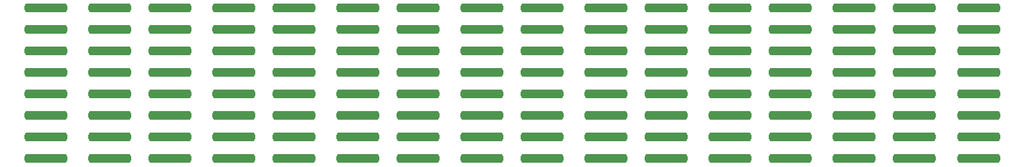
<source format=gbr>
%TF.GenerationSoftware,KiCad,Pcbnew,(7.0.0)*%
%TF.CreationDate,2023-03-30T09:23:00-07:00*%
%TF.ProjectId,europower_board,6575726f-706f-4776-9572-5f626f617264,rev?*%
%TF.SameCoordinates,Original*%
%TF.FileFunction,Paste,Top*%
%TF.FilePolarity,Positive*%
%FSLAX46Y46*%
G04 Gerber Fmt 4.6, Leading zero omitted, Abs format (unit mm)*
G04 Created by KiCad (PCBNEW (7.0.0)) date 2023-03-30 09:23:00*
%MOMM*%
%LPD*%
G01*
G04 APERTURE LIST*
G04 Aperture macros list*
%AMRoundRect*
0 Rectangle with rounded corners*
0 $1 Rounding radius*
0 $2 $3 $4 $5 $6 $7 $8 $9 X,Y pos of 4 corners*
0 Add a 4 corners polygon primitive as box body*
4,1,4,$2,$3,$4,$5,$6,$7,$8,$9,$2,$3,0*
0 Add four circle primitives for the rounded corners*
1,1,$1+$1,$2,$3*
1,1,$1+$1,$4,$5*
1,1,$1+$1,$6,$7*
1,1,$1+$1,$8,$9*
0 Add four rect primitives between the rounded corners*
20,1,$1+$1,$2,$3,$4,$5,0*
20,1,$1+$1,$4,$5,$6,$7,0*
20,1,$1+$1,$6,$7,$8,$9,0*
20,1,$1+$1,$8,$9,$2,$3,0*%
G04 Aperture macros list end*
%ADD10RoundRect,0.255000X-2.245000X-0.255000X2.245000X-0.255000X2.245000X0.255000X-2.245000X0.255000X0*%
G04 APERTURE END LIST*
D10*
%TO.C,J8*%
X134350000Y-26800000D03*
X134350000Y-29340000D03*
X134350000Y-31880000D03*
X134350000Y-34420000D03*
X134350000Y-36960000D03*
X134350000Y-39500000D03*
X134350000Y-42040000D03*
X134350000Y-44580000D03*
X141950000Y-26800000D03*
X141950000Y-29340000D03*
X141950000Y-31880000D03*
X141950000Y-34420000D03*
X141950000Y-36960000D03*
X141950000Y-39500000D03*
X141950000Y-42040000D03*
X141950000Y-44580000D03*
%TD*%
%TO.C,J7*%
X119700000Y-26800000D03*
X119700000Y-29340000D03*
X119700000Y-31880000D03*
X119700000Y-34420000D03*
X119700000Y-36960000D03*
X119700000Y-39500000D03*
X119700000Y-42040000D03*
X119700000Y-44580000D03*
X127300000Y-26800000D03*
X127300000Y-29340000D03*
X127300000Y-31880000D03*
X127300000Y-34420000D03*
X127300000Y-36960000D03*
X127300000Y-39500000D03*
X127300000Y-42040000D03*
X127300000Y-44580000D03*
%TD*%
%TO.C,J6*%
X105050000Y-26800000D03*
X105050000Y-29340000D03*
X105050000Y-31880000D03*
X105050000Y-34420000D03*
X105050000Y-36960000D03*
X105050000Y-39500000D03*
X105050000Y-42040000D03*
X105050000Y-44580000D03*
X112650000Y-26800000D03*
X112650000Y-29340000D03*
X112650000Y-31880000D03*
X112650000Y-34420000D03*
X112650000Y-36960000D03*
X112650000Y-39500000D03*
X112650000Y-42040000D03*
X112650000Y-44580000D03*
%TD*%
%TO.C,J5*%
X90400000Y-26800000D03*
X90400000Y-29340000D03*
X90400000Y-31880000D03*
X90400000Y-34420000D03*
X90400000Y-36960000D03*
X90400000Y-39500000D03*
X90400000Y-42040000D03*
X90400000Y-44580000D03*
X98000000Y-26800000D03*
X98000000Y-29340000D03*
X98000000Y-31880000D03*
X98000000Y-34420000D03*
X98000000Y-36960000D03*
X98000000Y-39500000D03*
X98000000Y-42040000D03*
X98000000Y-44580000D03*
%TD*%
%TO.C,J4*%
X75750000Y-26800000D03*
X75750000Y-29340000D03*
X75750000Y-31880000D03*
X75750000Y-34420000D03*
X75750000Y-36960000D03*
X75750000Y-39500000D03*
X75750000Y-42040000D03*
X75750000Y-44580000D03*
X83350000Y-26800000D03*
X83350000Y-29340000D03*
X83350000Y-31880000D03*
X83350000Y-34420000D03*
X83350000Y-36960000D03*
X83350000Y-39500000D03*
X83350000Y-42040000D03*
X83350000Y-44580000D03*
%TD*%
%TO.C,J3*%
X61100000Y-26800000D03*
X61100000Y-29340000D03*
X61100000Y-31880000D03*
X61100000Y-34420000D03*
X61100000Y-36960000D03*
X61100000Y-39500000D03*
X61100000Y-42040000D03*
X61100000Y-44580000D03*
X68700000Y-26800000D03*
X68700000Y-29340000D03*
X68700000Y-31880000D03*
X68700000Y-34420000D03*
X68700000Y-36960000D03*
X68700000Y-39500000D03*
X68700000Y-42040000D03*
X68700000Y-44580000D03*
%TD*%
%TO.C,J2*%
X46450000Y-26800000D03*
X46450000Y-29340000D03*
X46450000Y-31880000D03*
X46450000Y-34420000D03*
X46450000Y-36960000D03*
X46450000Y-39500000D03*
X46450000Y-42040000D03*
X46450000Y-44580000D03*
X54050000Y-26800000D03*
X54050000Y-29340000D03*
X54050000Y-31880000D03*
X54050000Y-34420000D03*
X54050000Y-36960000D03*
X54050000Y-39500000D03*
X54050000Y-42040000D03*
X54050000Y-44580000D03*
%TD*%
%TO.C,J1*%
X31800000Y-26800000D03*
X31800000Y-29340000D03*
X31800000Y-31880000D03*
X31800000Y-34420000D03*
X31800000Y-36960000D03*
X31800000Y-39500000D03*
X31800000Y-42040000D03*
X31800000Y-44580000D03*
X39400000Y-26800000D03*
X39400000Y-29340000D03*
X39400000Y-31880000D03*
X39400000Y-34420000D03*
X39400000Y-36960000D03*
X39400000Y-39500000D03*
X39400000Y-42040000D03*
X39400000Y-44580000D03*
%TD*%
M02*

</source>
